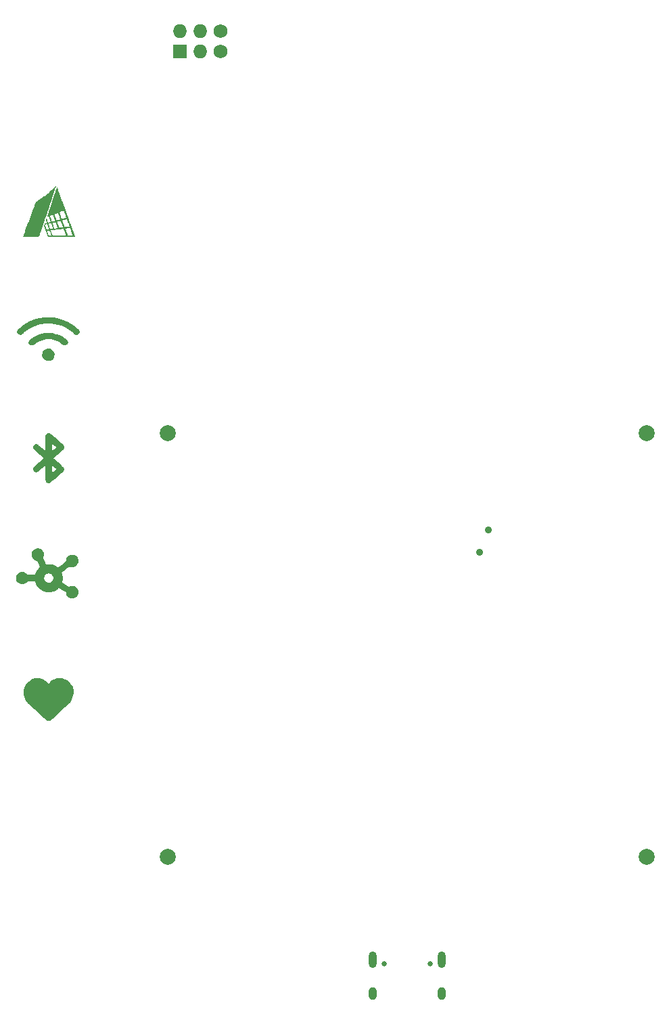
<source format=gts>
%TF.GenerationSoftware,KiCad,Pcbnew,9.0.1*%
%TF.CreationDate,2025-04-28T20:18:20+02:00*%
%TF.ProjectId,circle-badge,63697263-6c65-42d6-9261-6467652e6b69,0.1*%
%TF.SameCoordinates,PX2faf080PY1c9c380*%
%TF.FileFunction,Soldermask,Top*%
%TF.FilePolarity,Negative*%
%FSLAX46Y46*%
G04 Gerber Fmt 4.6, Leading zero omitted, Abs format (unit mm)*
G04 Created by KiCad (PCBNEW 9.0.1) date 2025-04-28 20:18:20*
%MOMM*%
%LPD*%
G01*
G04 APERTURE LIST*
%ADD10C,0.000000*%
%ADD11O,1.727200X1.727200*%
%ADD12R,1.727200X1.727200*%
%ADD13C,1.727200*%
%ADD14C,0.650000*%
%ADD15O,1.000000X1.600000*%
%ADD16O,1.000000X2.100000*%
%ADD17C,0.900000*%
%ADD18C,2.000000*%
G04 APERTURE END LIST*
D10*
%TO.C,G\u002A\u002A\u002A*%
G36*
X5280016Y-56454489D02*
G01*
X5433662Y-56516447D01*
X5572541Y-56610775D01*
X5691035Y-56735900D01*
X5780887Y-56884574D01*
X5814263Y-56961429D01*
X5833733Y-57026909D01*
X5842806Y-57098437D01*
X5844994Y-57193434D01*
X5844977Y-57202605D01*
X5826007Y-57391104D01*
X5770591Y-57558229D01*
X5679198Y-57703188D01*
X5552298Y-57825188D01*
X5430742Y-57902952D01*
X5359259Y-57938818D01*
X5298546Y-57960988D01*
X5232839Y-57973243D01*
X5146375Y-57979361D01*
X5105921Y-57980827D01*
X4966413Y-57979394D01*
X4857409Y-57965863D01*
X4821960Y-57956555D01*
X4695306Y-57898517D01*
X4571240Y-57812008D01*
X4465511Y-57708863D01*
X4428601Y-57660889D01*
X4343748Y-57502775D01*
X4297367Y-57335980D01*
X4288366Y-57166464D01*
X4315650Y-57000183D01*
X4378129Y-56843095D01*
X4474709Y-56701160D01*
X4604297Y-56580334D01*
X4630163Y-56561889D01*
X4786678Y-56478603D01*
X4950905Y-56433992D01*
X5117224Y-56426479D01*
X5280016Y-56454489D01*
G37*
G36*
X5215213Y-54479768D02*
G01*
X5343978Y-54481616D01*
X5448121Y-54485749D01*
X5536510Y-54492762D01*
X5618011Y-54503248D01*
X5701491Y-54517801D01*
X5741508Y-54525722D01*
X6123952Y-54624239D01*
X6487162Y-54760496D01*
X6830942Y-54934404D01*
X7155098Y-55145875D01*
X7213761Y-55189766D01*
X7330232Y-55282111D01*
X7415115Y-55359134D01*
X7473048Y-55427504D01*
X7508669Y-55493889D01*
X7526616Y-55564959D01*
X7531526Y-55646715D01*
X7511737Y-55767642D01*
X7456292Y-55873455D01*
X7371071Y-55957398D01*
X7261955Y-56012713D01*
X7200046Y-56027560D01*
X7106288Y-56030244D01*
X7012450Y-56005796D01*
X6910612Y-55951176D01*
X6811259Y-55878286D01*
X6532930Y-55678478D01*
X6243480Y-55517835D01*
X5936826Y-55393459D01*
X5606884Y-55302455D01*
X5597221Y-55300353D01*
X5487042Y-55283152D01*
X5346438Y-55270974D01*
X5187065Y-55263914D01*
X5020578Y-55262063D01*
X4858635Y-55265518D01*
X4712890Y-55274370D01*
X4595000Y-55288714D01*
X4576313Y-55292146D01*
X4269901Y-55371114D01*
X3973416Y-55483567D01*
X3695474Y-55625640D01*
X3444689Y-55793471D01*
X3425832Y-55808072D01*
X3294882Y-55906037D01*
X3186638Y-55975155D01*
X3094769Y-56017457D01*
X3012947Y-56034979D01*
X2934843Y-56029755D01*
X2854127Y-56003818D01*
X2838323Y-55996875D01*
X2730414Y-55926525D01*
X2654295Y-55831280D01*
X2612981Y-55717366D01*
X2609483Y-55591011D01*
X2618378Y-55542348D01*
X2644811Y-55470262D01*
X2691614Y-55397780D01*
X2762657Y-55321060D01*
X2861811Y-55236263D01*
X2992946Y-55139547D01*
X3093411Y-55070976D01*
X3431236Y-54869392D01*
X3781992Y-54707621D01*
X4149409Y-54584085D01*
X4375062Y-54528589D01*
X4458688Y-54511865D01*
X4537633Y-54499421D01*
X4620578Y-54490630D01*
X4716202Y-54484865D01*
X4833183Y-54481499D01*
X4980201Y-54479905D01*
X5052961Y-54479613D01*
X5215213Y-54479768D01*
G37*
G36*
X5314199Y-52514567D02*
G01*
X5500377Y-52522542D01*
X5665773Y-52534452D01*
X5773228Y-52546372D01*
X6256182Y-52632157D01*
X6720868Y-52756161D01*
X7167990Y-52918686D01*
X7598249Y-53120034D01*
X8012348Y-53360508D01*
X8410987Y-53640409D01*
X8527189Y-53731726D01*
X8677720Y-53856989D01*
X8794848Y-53964509D01*
X8881473Y-54058412D01*
X8940492Y-54142822D01*
X8974804Y-54221863D01*
X8987308Y-54299661D01*
X8981316Y-54377985D01*
X8940801Y-54498321D01*
X8868098Y-54594336D01*
X8768266Y-54661915D01*
X8646365Y-54696948D01*
X8583950Y-54701001D01*
X8503932Y-54693814D01*
X8429332Y-54669109D01*
X8351350Y-54622173D01*
X8261185Y-54548291D01*
X8209424Y-54500380D01*
X7996515Y-54316177D01*
X7750902Y-54135026D01*
X7482156Y-53962776D01*
X7199850Y-53805274D01*
X6913556Y-53668368D01*
X6715930Y-53587931D01*
X6306899Y-53456583D01*
X5883916Y-53363471D01*
X5452012Y-53308923D01*
X5016219Y-53293264D01*
X4581568Y-53316824D01*
X4153092Y-53379927D01*
X4004337Y-53411689D01*
X3796688Y-53466951D01*
X3569827Y-53539702D01*
X3339951Y-53624142D01*
X3123254Y-53714471D01*
X3006158Y-53769152D01*
X2805076Y-53876110D01*
X2591511Y-54004311D01*
X2378113Y-54145335D01*
X2177533Y-54290762D01*
X2002423Y-54432173D01*
X1978363Y-54453200D01*
X1894903Y-54525199D01*
X1816753Y-54589324D01*
X1752450Y-54638776D01*
X1710532Y-54666757D01*
X1709315Y-54667399D01*
X1627647Y-54693017D01*
X1529484Y-54700407D01*
X1433152Y-54689883D01*
X1356977Y-54661759D01*
X1356297Y-54661339D01*
X1252743Y-54578409D01*
X1187451Y-54480030D01*
X1157650Y-54361318D01*
X1155046Y-54306539D01*
X1162241Y-54228469D01*
X1186643Y-54155429D01*
X1232473Y-54081164D01*
X1303954Y-53999417D01*
X1405307Y-53903930D01*
X1457246Y-53858697D01*
X1838854Y-53556151D01*
X2231987Y-53293245D01*
X2639198Y-53068846D01*
X3063041Y-52881820D01*
X3506072Y-52731035D01*
X3970844Y-52615359D01*
X4438615Y-52536451D01*
X4571401Y-52523580D01*
X4735839Y-52515034D01*
X4921443Y-52510735D01*
X5117725Y-52510605D01*
X5314199Y-52514567D01*
G37*
G36*
X6057302Y-36028853D02*
G01*
X6038809Y-36087591D01*
X6008172Y-36182080D01*
X5966126Y-36310121D01*
X5913406Y-36469512D01*
X5850748Y-36658051D01*
X5778886Y-36873538D01*
X5698558Y-37113770D01*
X5610497Y-37376547D01*
X5515439Y-37659668D01*
X5414119Y-37960932D01*
X5307273Y-38278136D01*
X5195637Y-38609079D01*
X5079945Y-38951562D01*
X5051509Y-39035669D01*
X4933494Y-39384668D01*
X4818369Y-39725126D01*
X4706948Y-40054635D01*
X4600045Y-40370786D01*
X4498474Y-40671170D01*
X4403051Y-40953379D01*
X4314588Y-41215004D01*
X4233902Y-41453637D01*
X4161806Y-41666868D01*
X4099115Y-41852288D01*
X4046643Y-42007491D01*
X4005204Y-42130065D01*
X3975614Y-42217604D01*
X3958685Y-42267697D01*
X3957460Y-42271327D01*
X3884070Y-42488648D01*
X2890283Y-42488648D01*
X2689632Y-42488513D01*
X2502537Y-42488127D01*
X2333139Y-42487517D01*
X2185579Y-42486710D01*
X2063997Y-42485733D01*
X1972535Y-42484614D01*
X1915334Y-42483380D01*
X1896497Y-42482115D01*
X1903599Y-42460810D01*
X1924150Y-42402800D01*
X1957015Y-42311194D01*
X2001060Y-42189099D01*
X2055151Y-42039625D01*
X2118153Y-41865879D01*
X2188933Y-41670970D01*
X2266355Y-41458007D01*
X2349286Y-41230096D01*
X2436592Y-40990348D01*
X2527138Y-40741870D01*
X2619789Y-40487771D01*
X2713413Y-40231158D01*
X2806874Y-39975141D01*
X2899038Y-39722827D01*
X2988771Y-39477325D01*
X3074939Y-39241744D01*
X3156408Y-39019191D01*
X3232042Y-38812775D01*
X3300709Y-38625604D01*
X3361273Y-38460787D01*
X3412600Y-38321432D01*
X3453557Y-38210647D01*
X3483009Y-38131540D01*
X3499822Y-38087221D01*
X3503339Y-38078673D01*
X3528010Y-38056795D01*
X3582323Y-38019732D01*
X3658615Y-37972403D01*
X3749225Y-37919727D01*
X3763000Y-37911991D01*
X4169457Y-37666458D01*
X4558232Y-37395399D01*
X4743332Y-37251794D01*
X4866123Y-37149621D01*
X5008169Y-37025971D01*
X5162319Y-36887532D01*
X5321419Y-36740990D01*
X5478314Y-36593032D01*
X5625853Y-36450345D01*
X5756881Y-36319615D01*
X5864245Y-36207531D01*
X5886964Y-36182750D01*
X5952762Y-36111698D01*
X6007947Y-36055031D01*
X6046648Y-36018576D01*
X6062914Y-36008070D01*
X6057302Y-36028853D01*
G37*
G36*
X3998679Y-97675252D02*
G01*
X4253888Y-97732782D01*
X4496606Y-97829684D01*
X4728875Y-97966790D01*
X4952735Y-98144933D01*
X4974369Y-98164697D01*
X5118213Y-98297635D01*
X5260357Y-98161165D01*
X5393267Y-98041497D01*
X5519710Y-97946707D01*
X5655628Y-97865686D01*
X5757464Y-97814739D01*
X5883754Y-97758915D01*
X5998017Y-97718629D01*
X6111808Y-97691592D01*
X6236680Y-97675515D01*
X6384187Y-97668111D01*
X6504087Y-97666861D01*
X6635828Y-97667733D01*
X6735658Y-97671075D01*
X6814011Y-97677976D01*
X6881322Y-97689526D01*
X6948024Y-97706816D01*
X6979987Y-97716559D01*
X7239253Y-97818710D01*
X7474775Y-97953616D01*
X7683906Y-98118756D01*
X7863999Y-98311608D01*
X8012406Y-98529654D01*
X8126481Y-98770372D01*
X8147389Y-98828110D01*
X8215981Y-99091148D01*
X8245955Y-99361168D01*
X8238189Y-99632521D01*
X8193556Y-99899557D01*
X8112934Y-100156625D01*
X7997198Y-100398076D01*
X7875429Y-100582137D01*
X7842758Y-100619265D01*
X7782614Y-100681496D01*
X7697939Y-100766070D01*
X7591674Y-100870230D01*
X7466760Y-100991218D01*
X7326140Y-101126276D01*
X7172753Y-101272645D01*
X7009543Y-101427567D01*
X6839450Y-101588285D01*
X6665416Y-101752041D01*
X6490382Y-101916076D01*
X6317290Y-102077632D01*
X6149082Y-102233951D01*
X5988697Y-102382276D01*
X5839079Y-102519847D01*
X5703169Y-102643908D01*
X5583908Y-102751699D01*
X5484237Y-102840463D01*
X5407098Y-102907443D01*
X5355432Y-102949878D01*
X5335342Y-102963852D01*
X5241280Y-102996047D01*
X5128964Y-103011218D01*
X5019727Y-103007450D01*
X4968997Y-102996706D01*
X4898430Y-102967565D01*
X4831534Y-102928729D01*
X4831344Y-102928594D01*
X4801404Y-102903745D01*
X4743737Y-102852568D01*
X4661369Y-102777898D01*
X4557327Y-102682576D01*
X4434639Y-102569437D01*
X4296331Y-102441320D01*
X4145430Y-102301063D01*
X3984963Y-102151504D01*
X3817956Y-101995480D01*
X3647436Y-101835830D01*
X3476430Y-101675390D01*
X3307966Y-101516999D01*
X3145069Y-101363495D01*
X2990767Y-101217715D01*
X2848086Y-101082497D01*
X2720053Y-100960680D01*
X2609696Y-100855100D01*
X2520040Y-100768595D01*
X2454113Y-100704004D01*
X2414941Y-100664164D01*
X2408508Y-100657056D01*
X2249301Y-100439913D01*
X2126788Y-100201878D01*
X2041235Y-99943717D01*
X1992911Y-99666199D01*
X1981234Y-99434470D01*
X1995317Y-99173713D01*
X2039109Y-98937134D01*
X2114928Y-98716561D01*
X2225092Y-98503820D01*
X2261596Y-98445787D01*
X2427059Y-98229430D01*
X2618975Y-98045182D01*
X2834375Y-97894640D01*
X3070287Y-97779404D01*
X3323742Y-97701071D01*
X3591769Y-97661239D01*
X3728941Y-97656260D01*
X3998679Y-97675252D01*
G37*
G36*
X5193232Y-67001685D02*
G01*
X5299670Y-67040205D01*
X5309306Y-67045977D01*
X5340018Y-67069118D01*
X5399131Y-67117413D01*
X5483264Y-67187974D01*
X5589039Y-67277910D01*
X5713076Y-67384331D01*
X5851996Y-67504349D01*
X6002420Y-67635072D01*
X6160968Y-67773613D01*
X6190132Y-67799177D01*
X6405053Y-67988517D01*
X6587666Y-68151235D01*
X6738355Y-68287687D01*
X6857501Y-68398226D01*
X6945486Y-68483209D01*
X7002693Y-68542989D01*
X7029503Y-68577922D01*
X7030075Y-68579070D01*
X7059914Y-68680718D01*
X7063788Y-68793376D01*
X7042282Y-68899455D01*
X7017698Y-68952204D01*
X6991342Y-68983269D01*
X6936657Y-69038437D01*
X6857451Y-69114180D01*
X6757533Y-69206968D01*
X6640710Y-69313273D01*
X6510792Y-69429566D01*
X6371587Y-69552316D01*
X6345204Y-69575378D01*
X6207575Y-69695974D01*
X6080771Y-69807974D01*
X5968176Y-69908319D01*
X5873176Y-69993954D01*
X5799156Y-70061820D01*
X5749501Y-70108862D01*
X5727595Y-70132023D01*
X5726871Y-70133774D01*
X5743767Y-70150138D01*
X5789113Y-70191277D01*
X5859423Y-70254101D01*
X5951210Y-70335520D01*
X6060988Y-70432444D01*
X6185272Y-70541781D01*
X6320575Y-70660442D01*
X6351269Y-70687312D01*
X6490858Y-70810231D01*
X6621914Y-70927088D01*
X6740610Y-71034362D01*
X6843119Y-71128533D01*
X6925613Y-71206079D01*
X6984266Y-71263479D01*
X7015249Y-71297214D01*
X7017267Y-71300005D01*
X7052498Y-71384251D01*
X7065831Y-71488354D01*
X7056664Y-71595515D01*
X7030742Y-71676439D01*
X7005099Y-71710287D01*
X6947962Y-71769934D01*
X6859125Y-71855567D01*
X6738386Y-71967375D01*
X6585539Y-72105548D01*
X6400381Y-72270274D01*
X6182707Y-72461743D01*
X6178073Y-72465801D01*
X6017945Y-72605746D01*
X5866138Y-72737942D01*
X5725886Y-72859605D01*
X5600423Y-72967952D01*
X5492985Y-73060198D01*
X5406805Y-73133561D01*
X5345118Y-73185256D01*
X5311159Y-73212501D01*
X5307173Y-73215297D01*
X5254199Y-73238412D01*
X5184354Y-73256811D01*
X5115771Y-73266868D01*
X5066580Y-73264957D01*
X5063553Y-73264014D01*
X5028178Y-73254060D01*
X4985744Y-73244014D01*
X4914584Y-73212426D01*
X4840563Y-73154341D01*
X4778130Y-73081966D01*
X4760915Y-73054110D01*
X4752317Y-73034894D01*
X4745060Y-73008819D01*
X4738975Y-72972108D01*
X4733895Y-72920985D01*
X4729652Y-72851672D01*
X4726078Y-72760392D01*
X4723004Y-72643369D01*
X4720264Y-72496825D01*
X4717689Y-72316983D01*
X4715111Y-72100066D01*
X4714012Y-71999339D01*
X4708558Y-71490402D01*
X5497831Y-71490402D01*
X5498497Y-71629484D01*
X5500365Y-71753240D01*
X5503241Y-71855768D01*
X5506929Y-71931164D01*
X5511237Y-71973526D01*
X5513976Y-71980634D01*
X5534521Y-71967361D01*
X5581243Y-71930601D01*
X5648566Y-71874943D01*
X5730917Y-71804976D01*
X5799965Y-71745195D01*
X5888894Y-71666765D01*
X5965312Y-71597768D01*
X6024007Y-71543038D01*
X6059767Y-71507414D01*
X6068398Y-71496071D01*
X6052883Y-71478678D01*
X6011591Y-71439469D01*
X5950984Y-71384142D01*
X5877525Y-71318393D01*
X5797677Y-71247920D01*
X5717902Y-71178419D01*
X5644662Y-71115589D01*
X5584421Y-71065126D01*
X5543640Y-71032728D01*
X5538872Y-71029258D01*
X5525797Y-71021261D01*
X5515842Y-71021400D01*
X5508583Y-71034453D01*
X5503594Y-71065200D01*
X5500449Y-71118417D01*
X5498725Y-71198883D01*
X5497994Y-71311375D01*
X5497833Y-71460671D01*
X5497831Y-71490402D01*
X4708558Y-71490402D01*
X4703419Y-71010949D01*
X4247957Y-71413065D01*
X4126545Y-71519049D01*
X4011275Y-71617410D01*
X3907100Y-71704095D01*
X3818974Y-71775052D01*
X3751848Y-71826228D01*
X3710678Y-71853570D01*
X3707756Y-71855038D01*
X3590852Y-71889524D01*
X3477171Y-71886514D01*
X3372452Y-71850841D01*
X3282435Y-71787339D01*
X3212857Y-71700840D01*
X3169459Y-71596179D01*
X3157979Y-71478188D01*
X3169170Y-71401446D01*
X3176850Y-71370851D01*
X3185989Y-71343029D01*
X3199405Y-71315166D01*
X3219918Y-71284451D01*
X3250347Y-71248070D01*
X3293512Y-71203210D01*
X3352232Y-71147058D01*
X3429325Y-71076801D01*
X3527613Y-70989627D01*
X3649913Y-70882723D01*
X3799046Y-70753275D01*
X3948679Y-70623706D01*
X4078185Y-70511207D01*
X4196934Y-70407303D01*
X4301241Y-70315275D01*
X4387424Y-70238404D01*
X4451799Y-70179973D01*
X4490682Y-70143263D01*
X4500959Y-70131727D01*
X4485793Y-70114972D01*
X4442018Y-70073503D01*
X4373041Y-70010383D01*
X4282269Y-69928673D01*
X4173109Y-69831434D01*
X4048968Y-69721728D01*
X3913252Y-69602615D01*
X3871935Y-69566505D01*
X3731551Y-69443194D01*
X3600264Y-69326465D01*
X3481762Y-69219703D01*
X3379733Y-69126292D01*
X3297863Y-69049613D01*
X3239841Y-68993052D01*
X3209353Y-68959991D01*
X3206572Y-68955979D01*
X3161969Y-68842390D01*
X3154750Y-68727899D01*
X3180553Y-68618838D01*
X3235015Y-68521537D01*
X3313771Y-68442325D01*
X3412459Y-68387533D01*
X3526715Y-68363491D01*
X3611825Y-68368056D01*
X3644593Y-68374481D01*
X3676644Y-68384661D01*
X3711785Y-68401465D01*
X3753822Y-68427762D01*
X3806563Y-68466420D01*
X3873814Y-68520310D01*
X3959383Y-68592301D01*
X4067076Y-68685261D01*
X4200700Y-68802061D01*
X4279733Y-68871445D01*
X4703419Y-69243695D01*
X4708626Y-68756163D01*
X5497831Y-68756163D01*
X5498340Y-68895124D01*
X5499768Y-69018754D01*
X5501965Y-69121145D01*
X5504783Y-69196390D01*
X5508074Y-69238579D01*
X5510149Y-69245576D01*
X5529385Y-69232302D01*
X5574879Y-69195544D01*
X5641143Y-69139897D01*
X5722686Y-69069956D01*
X5790841Y-69010644D01*
X5880011Y-68932011D01*
X5957317Y-68862747D01*
X6017377Y-68807763D01*
X6054809Y-68771970D01*
X6064787Y-68760694D01*
X6051354Y-68743423D01*
X6011933Y-68704267D01*
X5952810Y-68648812D01*
X5880273Y-68582644D01*
X5800608Y-68511349D01*
X5720101Y-68440513D01*
X5645041Y-68375723D01*
X5581713Y-68322565D01*
X5536404Y-68286625D01*
X5516840Y-68273817D01*
X5511169Y-68291953D01*
X5506251Y-68347440D01*
X5502284Y-68435231D01*
X5499467Y-68550277D01*
X5497999Y-68687530D01*
X5497831Y-68756163D01*
X4708626Y-68756163D01*
X4714012Y-68251859D01*
X4724604Y-67260023D01*
X4782884Y-67171916D01*
X4862881Y-67085564D01*
X4964697Y-67026791D01*
X5078195Y-66998023D01*
X5193232Y-67001685D01*
G37*
G36*
X3848393Y-81427817D02*
G01*
X3920797Y-81435015D01*
X3982887Y-81450914D01*
X4050658Y-81478705D01*
X4078482Y-81491737D01*
X4232174Y-81586655D01*
X4356553Y-81707875D01*
X4449686Y-81849824D01*
X4509642Y-82006925D01*
X4534491Y-82173606D01*
X4522301Y-82344292D01*
X4471139Y-82513408D01*
X4448942Y-82560958D01*
X4399017Y-82659564D01*
X4572390Y-83028738D01*
X4745763Y-83397913D01*
X5105909Y-83397913D01*
X5244118Y-83398528D01*
X5349127Y-83400960D01*
X5430092Y-83406085D01*
X5496172Y-83414781D01*
X5556525Y-83427925D01*
X5620307Y-83446395D01*
X5624025Y-83447560D01*
X5803949Y-83514359D01*
X5976927Y-83597585D01*
X6127474Y-83689533D01*
X6164298Y-83716402D01*
X6225571Y-83759987D01*
X6266788Y-83779011D01*
X6298986Y-83777719D01*
X6311036Y-83772841D01*
X6339615Y-83754825D01*
X6397194Y-83715066D01*
X6478785Y-83657136D01*
X6579397Y-83584607D01*
X6694041Y-83501049D01*
X6811259Y-83414813D01*
X7266722Y-83078253D01*
X7282310Y-82922615D01*
X7300473Y-82811609D01*
X7329897Y-82704474D01*
X7349849Y-82653406D01*
X7421647Y-82535424D01*
X7522517Y-82421863D01*
X7639928Y-82325161D01*
X7738374Y-82267814D01*
X7804203Y-82239842D01*
X7864641Y-82222773D01*
X7934168Y-82214060D01*
X8027263Y-82211157D01*
X8061134Y-82211038D01*
X8163887Y-82212721D01*
X8238826Y-82219465D01*
X8300429Y-82233820D01*
X8363176Y-82258330D01*
X8383894Y-82267814D01*
X8511856Y-82346406D01*
X8631613Y-82454205D01*
X8730358Y-82578391D01*
X8777032Y-82661445D01*
X8804988Y-82727681D01*
X8822064Y-82788808D01*
X8830821Y-82859365D01*
X8833824Y-82953895D01*
X8833979Y-82984474D01*
X8832520Y-83087072D01*
X8826012Y-83161728D01*
X8811953Y-83222826D01*
X8787841Y-83284752D01*
X8778003Y-83306217D01*
X8682423Y-83463705D01*
X8559168Y-83591051D01*
X8412287Y-83685495D01*
X8245828Y-83744277D01*
X8107429Y-83763470D01*
X7959223Y-83761768D01*
X7843537Y-83740619D01*
X7742453Y-83709216D01*
X7250376Y-84070290D01*
X7124402Y-84162739D01*
X7010041Y-84246689D01*
X6911609Y-84318972D01*
X6833418Y-84376417D01*
X6779783Y-84415858D01*
X6755017Y-84434125D01*
X6753859Y-84434997D01*
X6757747Y-84455349D01*
X6771980Y-84506342D01*
X6793804Y-84578291D01*
X6802084Y-84604610D01*
X6846743Y-84788033D01*
X6872966Y-84990448D01*
X6880335Y-85198151D01*
X6868431Y-85397438D01*
X6836835Y-85574606D01*
X6832242Y-85591790D01*
X6818505Y-85644840D01*
X6811574Y-85678574D01*
X6811377Y-85681158D01*
X6828722Y-85695734D01*
X6877469Y-85728749D01*
X6952585Y-85777002D01*
X7049036Y-85837292D01*
X7161790Y-85906417D01*
X7238711Y-85952930D01*
X7666163Y-86210072D01*
X7811023Y-86163455D01*
X7989394Y-86126780D01*
X8164640Y-86129919D01*
X8331416Y-86170625D01*
X8484373Y-86246650D01*
X8618165Y-86355746D01*
X8727445Y-86495666D01*
X8765514Y-86564641D01*
X8798438Y-86635350D01*
X8818818Y-86693822D01*
X8829616Y-86754780D01*
X8833793Y-86832944D01*
X8834362Y-86906933D01*
X8833090Y-87006231D01*
X8827301Y-87077868D01*
X8814034Y-87136559D01*
X8790330Y-87197017D01*
X8765514Y-87249136D01*
X8667140Y-87404872D01*
X8542483Y-87527839D01*
X8394032Y-87616398D01*
X8224273Y-87668910D01*
X8107642Y-87682739D01*
X7998217Y-87683180D01*
X7898944Y-87674211D01*
X7847794Y-87663696D01*
X7686435Y-87597136D01*
X7545338Y-87497767D01*
X7429480Y-87371367D01*
X7343834Y-87223713D01*
X7293378Y-87060584D01*
X7286059Y-87011391D01*
X7272709Y-86893317D01*
X6842579Y-86635056D01*
X6720727Y-86562357D01*
X6610662Y-86497576D01*
X6517662Y-86443746D01*
X6447003Y-86403900D01*
X6403961Y-86381072D01*
X6393382Y-86376794D01*
X6368219Y-86390955D01*
X6327962Y-86426458D01*
X6312095Y-86442627D01*
X6211790Y-86531470D01*
X6081039Y-86621732D01*
X5931074Y-86707197D01*
X5773125Y-86781645D01*
X5618424Y-86838860D01*
X5571977Y-86852369D01*
X5442613Y-86878139D01*
X5288259Y-86894988D01*
X5125511Y-86902098D01*
X4970967Y-86898649D01*
X4862302Y-86887413D01*
X4604664Y-86826910D01*
X4361133Y-86729836D01*
X4135534Y-86599562D01*
X3931693Y-86439461D01*
X3753434Y-86252904D01*
X3604584Y-86043263D01*
X3488968Y-85813910D01*
X3423060Y-85618823D01*
X3398951Y-85528714D01*
X2946856Y-85528714D01*
X2494762Y-85528714D01*
X2415343Y-85625715D01*
X2285109Y-85753541D01*
X2135186Y-85846779D01*
X1971410Y-85904066D01*
X1799617Y-85924043D01*
X1625645Y-85905346D01*
X1459710Y-85848682D01*
X1307596Y-85755530D01*
X1183927Y-85631415D01*
X1087418Y-85475036D01*
X1084210Y-85468315D01*
X1051026Y-85393255D01*
X1031039Y-85330212D01*
X1020997Y-85262997D01*
X1017647Y-85175423D01*
X1017453Y-85136031D01*
X1017783Y-85114252D01*
X4546000Y-85114252D01*
X4553865Y-85254159D01*
X4596372Y-85389521D01*
X4657334Y-85490621D01*
X4766186Y-85600537D01*
X4895546Y-85676469D01*
X5038497Y-85716760D01*
X5188124Y-85719748D01*
X5337513Y-85683775D01*
X5382399Y-85664593D01*
X5489195Y-85592944D01*
X5582393Y-85491173D01*
X5654778Y-85370620D01*
X5699136Y-85242626D01*
X5709675Y-85150131D01*
X5690046Y-85005369D01*
X5634934Y-84869124D01*
X5549999Y-84749333D01*
X5440900Y-84653931D01*
X5313296Y-84590853D01*
X5310036Y-84589797D01*
X5197243Y-84561248D01*
X5097734Y-84556374D01*
X4990688Y-84574993D01*
X4948872Y-84586644D01*
X4816713Y-84646374D01*
X4708134Y-84735860D01*
X4625347Y-84848242D01*
X4570565Y-84976659D01*
X4546000Y-85114252D01*
X1017783Y-85114252D01*
X1018930Y-85038619D01*
X1025678Y-84967745D01*
X1040980Y-84907591D01*
X1068118Y-84842340D01*
X1086195Y-84804801D01*
X1185307Y-84650139D01*
X1315587Y-84523220D01*
X1469100Y-84429611D01*
X1531887Y-84402665D01*
X1589477Y-84385881D01*
X1655391Y-84376970D01*
X1743151Y-84373640D01*
X1801168Y-84373354D01*
X1902882Y-84374595D01*
X1975566Y-84379806D01*
X2032529Y-84391469D01*
X2087083Y-84412068D01*
X2136468Y-84435907D01*
X2232007Y-84495990D01*
X2329728Y-84577154D01*
X2373674Y-84621276D01*
X2487422Y-84744240D01*
X2942276Y-84744240D01*
X3397129Y-84744240D01*
X3444169Y-84601127D01*
X3513290Y-84417783D01*
X3595243Y-84256451D01*
X3697567Y-84104921D01*
X3827802Y-83950988D01*
X3879561Y-83896160D01*
X4033066Y-83737145D01*
X3859819Y-83362305D01*
X3686572Y-82987464D01*
X3601835Y-82972979D01*
X3453626Y-82927644D01*
X3311675Y-82847023D01*
X3185060Y-82738141D01*
X3082857Y-82608024D01*
X3046777Y-82543453D01*
X3000502Y-82410273D01*
X2977962Y-82257310D01*
X2979859Y-82100371D01*
X3006897Y-81955266D01*
X3018981Y-81919144D01*
X3090774Y-81782122D01*
X3195965Y-81655584D01*
X3325596Y-81549049D01*
X3417685Y-81495544D01*
X3491343Y-81461327D01*
X3552106Y-81440610D01*
X3615827Y-81430079D01*
X3698360Y-81426417D01*
X3749680Y-81426127D01*
X3848393Y-81427817D01*
G37*
G36*
X6165582Y-36229720D02*
G01*
X6187871Y-36288708D01*
X6223044Y-36383252D01*
X6270315Y-36511202D01*
X6328895Y-36670406D01*
X6397999Y-36858715D01*
X6476839Y-37073975D01*
X6564629Y-37314037D01*
X6660582Y-37576750D01*
X6763910Y-37859962D01*
X6873827Y-38161523D01*
X6989546Y-38479281D01*
X7110280Y-38811086D01*
X7235242Y-39154786D01*
X7298745Y-39329549D01*
X7425537Y-39678550D01*
X7548447Y-40016857D01*
X7666690Y-40342311D01*
X7779482Y-40652749D01*
X7886036Y-40946010D01*
X7985568Y-41219935D01*
X8077292Y-41472361D01*
X8160423Y-41701128D01*
X8234176Y-41904074D01*
X8297764Y-42079039D01*
X8350405Y-42223861D01*
X8391310Y-42336379D01*
X8419697Y-42414433D01*
X8434778Y-42455861D01*
X8437077Y-42462145D01*
X8431191Y-42467102D01*
X8408060Y-42471441D01*
X8365394Y-42475197D01*
X8300903Y-42478406D01*
X8212299Y-42481102D01*
X8097290Y-42483323D01*
X7953589Y-42485104D01*
X7778904Y-42486480D01*
X7570946Y-42487486D01*
X7327426Y-42488159D01*
X7046054Y-42488534D01*
X6733996Y-42488648D01*
X5021008Y-42488648D01*
X4772180Y-41791045D01*
X4736505Y-41690521D01*
X4911250Y-41690521D01*
X4915693Y-41711724D01*
X4932384Y-41765809D01*
X4959035Y-41845825D01*
X4993358Y-41944824D01*
X5015787Y-42007948D01*
X5127106Y-42318588D01*
X5291284Y-42318810D01*
X5368426Y-42317030D01*
X5425781Y-42312112D01*
X5453263Y-42305026D01*
X5454294Y-42303130D01*
X5446982Y-42278661D01*
X5427587Y-42221645D01*
X5398646Y-42139337D01*
X5362694Y-42038990D01*
X5341237Y-41979799D01*
X5229348Y-41672370D01*
X5073690Y-41678052D01*
X4997425Y-41681660D01*
X4939875Y-41685936D01*
X4912111Y-41690030D01*
X4911250Y-41690521D01*
X4736505Y-41690521D01*
X4719958Y-41643895D01*
X5381524Y-41643895D01*
X5384693Y-41666494D01*
X5400469Y-41722064D01*
X5426701Y-41803826D01*
X5461236Y-41905002D01*
X5491188Y-41989262D01*
X5611936Y-42323537D01*
X5962682Y-42310967D01*
X6095668Y-42306401D01*
X6257630Y-42301154D01*
X6435187Y-42295642D01*
X6614961Y-42290277D01*
X6783573Y-42285477D01*
X6795371Y-42285152D01*
X6967084Y-42279477D01*
X7102727Y-42272931D01*
X7200696Y-42265631D01*
X7259387Y-42257694D01*
X7277314Y-42249885D01*
X7270413Y-42223933D01*
X7251187Y-42164648D01*
X7221851Y-42078526D01*
X7184624Y-41972062D01*
X7141719Y-41851752D01*
X7137056Y-41838806D01*
X7084343Y-41695301D01*
X7042701Y-41588549D01*
X7010468Y-41514861D01*
X6985982Y-41470546D01*
X6967582Y-41451914D01*
X6962286Y-41450778D01*
X6924343Y-41453777D01*
X6852318Y-41461184D01*
X6751865Y-41472306D01*
X6628635Y-41486453D01*
X6488281Y-41502935D01*
X6336455Y-41521062D01*
X6178809Y-41540142D01*
X6020995Y-41559485D01*
X5868667Y-41578401D01*
X5727475Y-41596199D01*
X5603073Y-41612189D01*
X5501113Y-41625680D01*
X5427246Y-41635981D01*
X5387126Y-41642403D01*
X5381524Y-41643895D01*
X4719958Y-41643895D01*
X4714013Y-41627144D01*
X4660672Y-41475251D01*
X4613791Y-41340142D01*
X4575003Y-41226592D01*
X4545943Y-41139377D01*
X4528244Y-41083274D01*
X4523353Y-41063693D01*
X4529816Y-41029049D01*
X4546659Y-40968373D01*
X4553266Y-40947669D01*
X4634985Y-40947669D01*
X4645044Y-40975733D01*
X4666522Y-41035925D01*
X4696632Y-41120428D01*
X4732585Y-41221419D01*
X4747906Y-41264478D01*
X4788628Y-41377872D01*
X4818708Y-41457032D01*
X4841382Y-41507789D01*
X4859888Y-41535973D01*
X4877465Y-41547414D01*
X4897349Y-41547942D01*
X4904670Y-41546769D01*
X4958327Y-41538164D01*
X5030364Y-41527784D01*
X5058257Y-41524021D01*
X5116911Y-41513550D01*
X5153361Y-41501773D01*
X5159241Y-41496155D01*
X5152726Y-41472100D01*
X5134507Y-41415222D01*
X5106963Y-41332690D01*
X5072472Y-41231674D01*
X5049947Y-41166653D01*
X4940294Y-40851753D01*
X4864225Y-40864338D01*
X4762289Y-40884825D01*
X4686666Y-40907460D01*
X4642977Y-40930199D01*
X4634985Y-40947669D01*
X4553266Y-40947669D01*
X4567270Y-40903788D01*
X4596295Y-40817769D01*
X5084192Y-40817769D01*
X5087982Y-40839691D01*
X5104174Y-40894687D01*
X5130598Y-40976013D01*
X5165079Y-41076928D01*
X5194731Y-41160879D01*
X5239288Y-41284061D01*
X5272878Y-41372467D01*
X5298212Y-41431454D01*
X5318001Y-41466379D01*
X5334958Y-41482598D01*
X5351792Y-41485470D01*
X5358395Y-41484255D01*
X5402639Y-41476246D01*
X5472193Y-41466440D01*
X5534904Y-41458910D01*
X5603414Y-41448870D01*
X5643952Y-41438937D01*
X7221503Y-41438937D01*
X7225746Y-41467494D01*
X7245128Y-41534290D01*
X7279238Y-41638119D01*
X7327662Y-41777775D01*
X7389989Y-41952053D01*
X7465805Y-42159747D01*
X7498437Y-42248184D01*
X7516182Y-42258218D01*
X7562969Y-42263934D01*
X7642715Y-42265495D01*
X7759341Y-42263068D01*
X7810809Y-42261260D01*
X7918926Y-42257009D01*
X8010414Y-42253115D01*
X8077698Y-42249923D01*
X8113199Y-42247780D01*
X8116797Y-42247299D01*
X8111046Y-42227475D01*
X8093057Y-42174860D01*
X8065365Y-42096404D01*
X8030503Y-41999060D01*
X7991005Y-41889779D01*
X7949406Y-41775512D01*
X7908240Y-41663211D01*
X7870041Y-41559827D01*
X7837342Y-41472312D01*
X7812679Y-41407618D01*
X7798586Y-41372696D01*
X7796480Y-41368625D01*
X7770591Y-41365033D01*
X7712893Y-41367077D01*
X7632955Y-41373588D01*
X7540347Y-41383395D01*
X7444639Y-41395329D01*
X7355399Y-41408218D01*
X7282197Y-41420893D01*
X7234602Y-41432184D01*
X7221503Y-41438937D01*
X5643952Y-41438937D01*
X5651253Y-41437148D01*
X5667306Y-41427295D01*
X5660657Y-41404604D01*
X5642591Y-41350049D01*
X5615929Y-41271706D01*
X5583490Y-41177648D01*
X5548095Y-41075950D01*
X5512565Y-40974687D01*
X5479719Y-40881934D01*
X5452378Y-40805764D01*
X5433363Y-40754254D01*
X5425747Y-40735722D01*
X5405384Y-40737881D01*
X5355852Y-40747976D01*
X5288960Y-40763170D01*
X5216518Y-40780626D01*
X5150334Y-40797509D01*
X5102218Y-40810980D01*
X5084192Y-40817769D01*
X4596295Y-40817769D01*
X4611188Y-40773633D01*
X4724441Y-40748266D01*
X4791897Y-40731594D01*
X4843163Y-40716098D01*
X4860588Y-40708740D01*
X4863142Y-40696346D01*
X5587019Y-40696346D01*
X5591994Y-40716779D01*
X5608796Y-40769537D01*
X5634805Y-40847083D01*
X5667400Y-40941879D01*
X5703962Y-41046388D01*
X5741871Y-41153073D01*
X5778506Y-41254395D01*
X5811247Y-41342819D01*
X5817314Y-41358863D01*
X5832317Y-41385109D01*
X5857883Y-41400340D01*
X5901239Y-41405076D01*
X5969608Y-41399835D01*
X6070214Y-41385138D01*
X6104462Y-41379512D01*
X6255630Y-41354340D01*
X6125414Y-40990140D01*
X6083246Y-40873375D01*
X6045384Y-40770744D01*
X6014314Y-40688808D01*
X5992521Y-40634129D01*
X5982716Y-40613448D01*
X5959569Y-40613649D01*
X5906578Y-40621598D01*
X5835043Y-40634927D01*
X5756266Y-40651269D01*
X5681547Y-40668255D01*
X5622189Y-40683519D01*
X5589491Y-40694692D01*
X5587019Y-40696346D01*
X4863142Y-40696346D01*
X4866254Y-40681248D01*
X4852318Y-40617464D01*
X4819145Y-40518148D01*
X4788754Y-40433266D01*
X4771655Y-40375774D01*
X4766584Y-40333240D01*
X4772276Y-40293232D01*
X4787469Y-40243317D01*
X4790333Y-40234677D01*
X4825856Y-40127637D01*
X4918722Y-40389887D01*
X4953798Y-40487930D01*
X4984018Y-40570509D01*
X5006516Y-40629933D01*
X5018430Y-40658508D01*
X5019268Y-40659823D01*
X5041174Y-40658172D01*
X5091961Y-40648210D01*
X5159653Y-40632853D01*
X5232274Y-40615019D01*
X5297848Y-40597627D01*
X5344400Y-40583593D01*
X5359795Y-40576861D01*
X5357133Y-40564498D01*
X6183090Y-40564498D01*
X6186344Y-40589317D01*
X6202173Y-40647344D01*
X6228525Y-40731989D01*
X6263351Y-40836662D01*
X6303828Y-40952604D01*
X6355429Y-41094100D01*
X6396244Y-41198442D01*
X6427807Y-41269047D01*
X6451650Y-41309333D01*
X6469308Y-41322718D01*
X6469937Y-41322742D01*
X6504864Y-41320323D01*
X6570754Y-41313657D01*
X6656549Y-41303908D01*
X6710634Y-41297356D01*
X6801479Y-41283920D01*
X6870897Y-41269377D01*
X6910775Y-41255627D01*
X6917181Y-41248969D01*
X6910253Y-41222604D01*
X6891295Y-41164425D01*
X6863042Y-41082013D01*
X6828233Y-40982950D01*
X6789602Y-40874816D01*
X6749888Y-40765194D01*
X6711827Y-40661664D01*
X6678155Y-40571808D01*
X6651610Y-40503207D01*
X6634928Y-40463442D01*
X6631229Y-40456826D01*
X6606648Y-40456267D01*
X6551927Y-40464877D01*
X6477650Y-40480112D01*
X6394398Y-40499430D01*
X6312754Y-40520288D01*
X6243298Y-40540144D01*
X6196615Y-40556455D01*
X6183090Y-40564498D01*
X5357133Y-40564498D01*
X5355248Y-40555740D01*
X5338606Y-40502891D01*
X5312728Y-40426260D01*
X5280471Y-40333796D01*
X5244694Y-40233446D01*
X5208255Y-40133157D01*
X5174012Y-40040875D01*
X5144824Y-39964549D01*
X5123548Y-39912126D01*
X5113439Y-39891858D01*
X5088498Y-39892118D01*
X5037244Y-39905951D01*
X4989631Y-39923117D01*
X4922797Y-39946454D01*
X4890734Y-39949659D01*
X4887854Y-39939796D01*
X4895825Y-39916148D01*
X4916310Y-39855150D01*
X4926227Y-39825594D01*
X5270534Y-39825594D01*
X5275477Y-39847351D01*
X5294443Y-39905916D01*
X5326437Y-39998452D01*
X5370459Y-40122119D01*
X5425512Y-40274076D01*
X5489283Y-40447922D01*
X5513385Y-40503668D01*
X5536386Y-40527011D01*
X5567162Y-40526756D01*
X5568420Y-40526446D01*
X5611626Y-40515555D01*
X5680995Y-40498045D01*
X5761609Y-40477682D01*
X5762635Y-40477423D01*
X5834972Y-40456380D01*
X5887767Y-40435752D01*
X5910675Y-40419660D01*
X5910926Y-40418336D01*
X5907140Y-40400627D01*
X6836104Y-40400627D01*
X6841257Y-40420938D01*
X6858455Y-40473971D01*
X6885186Y-40552625D01*
X6918939Y-40649800D01*
X6957204Y-40758393D01*
X6997468Y-40871305D01*
X7037222Y-40981434D01*
X7073954Y-41081679D01*
X7105152Y-41164939D01*
X7119729Y-41202666D01*
X7145053Y-41230929D01*
X7190330Y-41230893D01*
X7234583Y-41223738D01*
X7308852Y-41213346D01*
X7401065Y-41201364D01*
X7461132Y-41193957D01*
X7553636Y-41181783D01*
X7630888Y-41169736D01*
X7682847Y-41159489D01*
X7698564Y-41154429D01*
X7699005Y-41130153D01*
X7684368Y-41069499D01*
X7655536Y-40975364D01*
X7613394Y-40850650D01*
X7562802Y-40709137D01*
X7516248Y-40582194D01*
X7474426Y-40469291D01*
X7439544Y-40376302D01*
X7413813Y-40309098D01*
X7399442Y-40273553D01*
X7397376Y-40269522D01*
X7375766Y-40271715D01*
X7322334Y-40282071D01*
X7246349Y-40298426D01*
X7157081Y-40318615D01*
X7063800Y-40340471D01*
X6975777Y-40361829D01*
X6902280Y-40380525D01*
X6852581Y-40394393D01*
X6836104Y-40400627D01*
X5907140Y-40400627D01*
X5903848Y-40385230D01*
X5884540Y-40322895D01*
X5855891Y-40238982D01*
X5820787Y-40141141D01*
X5782116Y-40037023D01*
X5742767Y-39934279D01*
X5705628Y-39840558D01*
X5673585Y-39763512D01*
X5649528Y-39710791D01*
X5636344Y-39690044D01*
X5635989Y-39689983D01*
X5609268Y-39696994D01*
X5555012Y-39715205D01*
X5484636Y-39740378D01*
X5409555Y-39768278D01*
X5341184Y-39794670D01*
X5290937Y-39815317D01*
X5270534Y-39825594D01*
X4926227Y-39825594D01*
X4948353Y-39759654D01*
X4990767Y-39633201D01*
X5836767Y-39633201D01*
X5843699Y-39660305D01*
X5862969Y-39720406D01*
X5892272Y-39806710D01*
X5929303Y-39912423D01*
X5969169Y-40023607D01*
X6019614Y-40160173D01*
X6059002Y-40260230D01*
X6089126Y-40327671D01*
X6111782Y-40366394D01*
X6128764Y-40380294D01*
X6133361Y-40380117D01*
X6167484Y-40370972D01*
X6231056Y-40354283D01*
X6312494Y-40333082D01*
X6345204Y-40324607D01*
X6428398Y-40301774D01*
X6495943Y-40280810D01*
X6537193Y-40265118D01*
X6543916Y-40261106D01*
X6541841Y-40238102D01*
X6527701Y-40182802D01*
X6504016Y-40102725D01*
X6473308Y-40005386D01*
X6438095Y-39898302D01*
X6400900Y-39788991D01*
X6364243Y-39684969D01*
X6330643Y-39593753D01*
X6302623Y-39522859D01*
X6282701Y-39479806D01*
X6280914Y-39476769D01*
X6261998Y-39462599D01*
X6225956Y-39466099D01*
X6172268Y-39484003D01*
X6098747Y-39511411D01*
X6010301Y-39544212D01*
X5958590Y-39563314D01*
X5894525Y-39590691D01*
X5850398Y-39616733D01*
X5836767Y-39633201D01*
X4990767Y-39633201D01*
X4990998Y-39632513D01*
X5043287Y-39476580D01*
X5076846Y-39376486D01*
X6454595Y-39376486D01*
X6525088Y-39570338D01*
X6565754Y-39682174D01*
X6612692Y-39811272D01*
X6657689Y-39935044D01*
X6671204Y-39972221D01*
X6703513Y-40060070D01*
X6731007Y-40132914D01*
X6750187Y-40181595D01*
X6756879Y-40196533D01*
X6779023Y-40196591D01*
X6832763Y-40187710D01*
X6908820Y-40172107D01*
X6997915Y-40151999D01*
X7090769Y-40129603D01*
X7178101Y-40107136D01*
X7250633Y-40086815D01*
X7299084Y-40070856D01*
X7313657Y-40063515D01*
X7309129Y-40042501D01*
X7292700Y-39988621D01*
X7266802Y-39908916D01*
X7233870Y-39810422D01*
X7196338Y-39700180D01*
X7156639Y-39585226D01*
X7117206Y-39472599D01*
X7080474Y-39369339D01*
X7048877Y-39282482D01*
X7024848Y-39219068D01*
X7010820Y-39186135D01*
X7009523Y-39183956D01*
X6988789Y-39187972D01*
X6935685Y-39204362D01*
X6857548Y-39230705D01*
X6761717Y-39264584D01*
X6729310Y-39276331D01*
X6454595Y-39376486D01*
X5076846Y-39376486D01*
X5104265Y-39294708D01*
X5172975Y-39089749D01*
X5248460Y-38864558D01*
X5329764Y-38621986D01*
X5415930Y-38364887D01*
X5506003Y-38096113D01*
X5520445Y-38053015D01*
X5610890Y-37783694D01*
X5697677Y-37526392D01*
X5779850Y-37283880D01*
X5856453Y-37058928D01*
X5926529Y-36854308D01*
X5989122Y-36672789D01*
X6043277Y-36517143D01*
X6088037Y-36390140D01*
X6122446Y-36294551D01*
X6145547Y-36233147D01*
X6156386Y-36208699D01*
X6156964Y-36208441D01*
X6165582Y-36229720D01*
G37*
%TD*%
D11*
%TO.C,X1*%
X21520000Y-16750000D03*
D12*
X21520000Y-19290000D03*
D11*
X24060000Y-16750000D03*
X24060000Y-19290000D03*
D13*
X26600000Y-16750000D03*
X26600000Y-19290000D03*
%TD*%
D14*
%TO.C,J3*%
X52890000Y-133395000D03*
X47110000Y-133395000D03*
D15*
X54320000Y-137075000D03*
D16*
X54320000Y-132895000D03*
D15*
X45680000Y-137075000D03*
D16*
X45680000Y-132895000D03*
%TD*%
D17*
%TO.C,SW1*%
X60147881Y-79152843D03*
X59024061Y-81934396D03*
%TD*%
D18*
%TO.C,BT1*%
X80000000Y-67000000D03*
X80000000Y-120000000D03*
%TD*%
%TO.C,BT2*%
X20000000Y-67000000D03*
X20000000Y-120000000D03*
%TD*%
M02*

</source>
